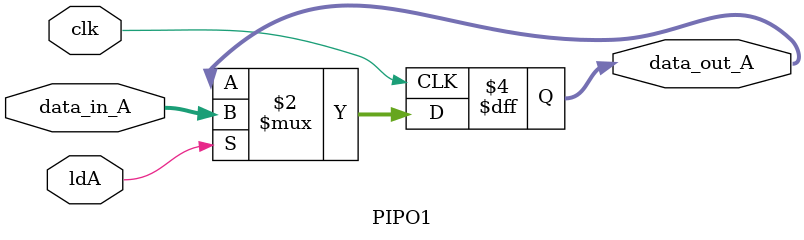
<source format=v>
`timescale 1ns / 1ps

module PIPO1(
 input clk,
 input ldA,
 input [15:0]data_in_A,
 output reg [15:0]data_out_A
    );
    
    always @(posedge clk)
      begin
        if(ldA)
          begin
            data_out_A <= data_in_A;
          end
      end
endmodule

</source>
